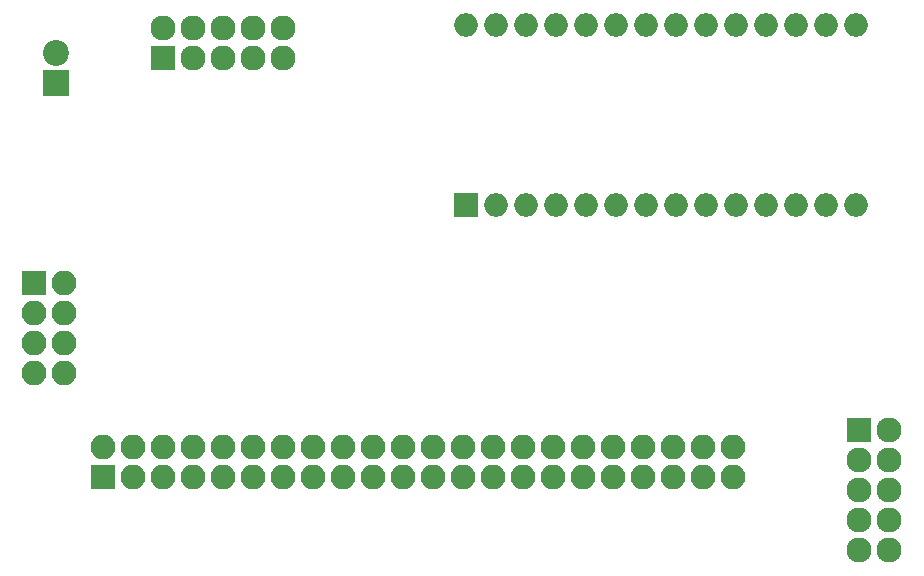
<source format=gbr>
G04 #@! TF.GenerationSoftware,KiCad,Pcbnew,5.1.5-52549c5~86~ubuntu19.10.1*
G04 #@! TF.CreationDate,2020-05-08T07:49:48-07:00*
G04 #@! TF.ProjectId,tipi,74697069-2e6b-4696-9361-645f70636258,2*
G04 #@! TF.SameCoordinates,Original*
G04 #@! TF.FileFunction,Soldermask,Bot*
G04 #@! TF.FilePolarity,Negative*
%FSLAX46Y46*%
G04 Gerber Fmt 4.6, Leading zero omitted, Abs format (unit mm)*
G04 Created by KiCad (PCBNEW 5.1.5-52549c5~86~ubuntu19.10.1) date 2020-05-08 07:49:48*
%MOMM*%
%LPD*%
G04 APERTURE LIST*
%ADD10R,2.000000X2.000000*%
%ADD11O,2.000000X2.000000*%
%ADD12R,2.127200X2.127200*%
%ADD13O,2.127200X2.127200*%
%ADD14R,2.200000X2.200000*%
%ADD15C,2.200000*%
%ADD16R,2.100000X2.100000*%
%ADD17O,2.100000X2.100000*%
G04 APERTURE END LIST*
D10*
X75120500Y-117983000D03*
D11*
X108140500Y-102743000D03*
X77660500Y-117983000D03*
X105600500Y-102743000D03*
X80200500Y-117983000D03*
X103060500Y-102743000D03*
X82740500Y-117983000D03*
X100520500Y-102743000D03*
X85280500Y-117983000D03*
X97980500Y-102743000D03*
X87820500Y-117983000D03*
X95440500Y-102743000D03*
X90360500Y-117983000D03*
X92900500Y-102743000D03*
X92900500Y-117983000D03*
X90360500Y-102743000D03*
X95440500Y-117983000D03*
X87820500Y-102743000D03*
X97980500Y-117983000D03*
X85280500Y-102743000D03*
X100520500Y-117983000D03*
X82740500Y-102743000D03*
X103060500Y-117983000D03*
X80200500Y-102743000D03*
X105600500Y-117983000D03*
X77660500Y-102743000D03*
X108140500Y-117983000D03*
X75120500Y-102743000D03*
D12*
X49466500Y-105473500D03*
D13*
X49466500Y-102933500D03*
X52006500Y-105473500D03*
X52006500Y-102933500D03*
X54546500Y-105473500D03*
X54546500Y-102933500D03*
X57086500Y-105473500D03*
X57086500Y-102933500D03*
X59626500Y-105473500D03*
X59626500Y-102933500D03*
D14*
X40449500Y-107632500D03*
D15*
X40449500Y-105092500D03*
D16*
X44450000Y-140970000D03*
D17*
X44450000Y-138430000D03*
X46990000Y-140970000D03*
X46990000Y-138430000D03*
X49530000Y-140970000D03*
X49530000Y-138430000D03*
X52070000Y-140970000D03*
X52070000Y-138430000D03*
X54610000Y-140970000D03*
X54610000Y-138430000D03*
X57150000Y-140970000D03*
X57150000Y-138430000D03*
X59690000Y-140970000D03*
X59690000Y-138430000D03*
X62230000Y-140970000D03*
X62230000Y-138430000D03*
X64770000Y-140970000D03*
X64770000Y-138430000D03*
X67310000Y-140970000D03*
X67310000Y-138430000D03*
X69850000Y-140970000D03*
X69850000Y-138430000D03*
X72390000Y-140970000D03*
X72390000Y-138430000D03*
X74930000Y-140970000D03*
X74930000Y-138430000D03*
X77470000Y-140970000D03*
X77470000Y-138430000D03*
X80010000Y-140970000D03*
X80010000Y-138430000D03*
X82550000Y-140970000D03*
X82550000Y-138430000D03*
X85090000Y-140970000D03*
X85090000Y-138430000D03*
X87630000Y-140970000D03*
X87630000Y-138430000D03*
X90170000Y-140970000D03*
X90170000Y-138430000D03*
X92710000Y-140970000D03*
X92710000Y-138430000D03*
X95250000Y-140970000D03*
X95250000Y-138430000D03*
X97790000Y-140970000D03*
X97790000Y-138430000D03*
D12*
X108458000Y-136969500D03*
D13*
X110998000Y-136969500D03*
X108458000Y-139509500D03*
X110998000Y-139509500D03*
X108458000Y-142049500D03*
X110998000Y-142049500D03*
X108458000Y-144589500D03*
X110998000Y-144589500D03*
X108458000Y-147129500D03*
X110998000Y-147129500D03*
D16*
X38608000Y-124523500D03*
D17*
X41148000Y-124523500D03*
X38608000Y-127063500D03*
X41148000Y-127063500D03*
X38608000Y-129603500D03*
X41148000Y-129603500D03*
X38608000Y-132143500D03*
X41148000Y-132143500D03*
M02*

</source>
